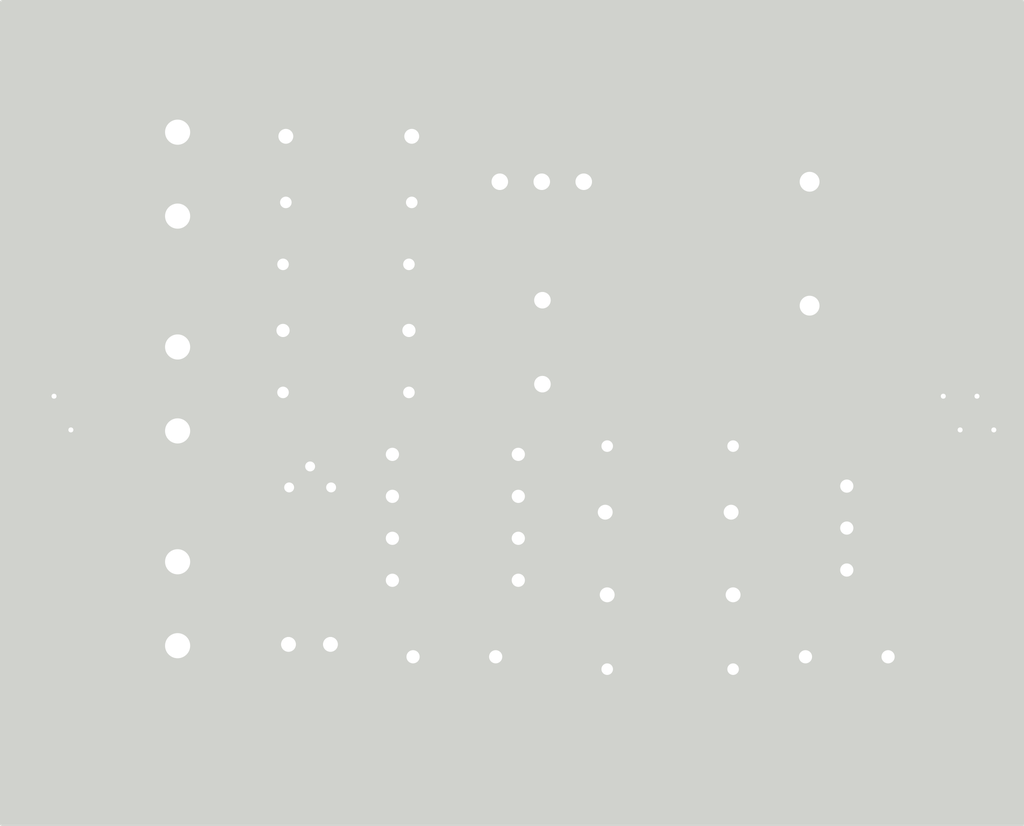
<source format=kicad_pcb>
(kicad_pcb (version 20170123) (host pcbnew no-vcs-found-e2d3fce~60~ubuntu14.04.1)
  (layers (0 F.Cu signal) (31 B.Cu signal) (34 B.Paste user) (35 F.Paste user) (36 B.SilkS user) (37 F.SilkS user) (38 B.Mask user) (39 F.Mask user) (44 Edge.Cuts user hide))
  (net 0 "")
  (net 1 "Net-(AE1-Pad1)")
  (net 2 GNDPWR)
  (net 3 "Net-(D1-Pad1)")
  (net 4 "Net-(D2-Pad2)")
  (net 5 "Net-(D3-Pad2)")
  (net 6 /VCC)
  (net 7 /THR)
  (net 8 /DIS)
  (net 9 /CV)
  (net 10 "Net-(DL1-Pad2)")
  (net 11 RST)
  (net 12 "Net-(DZ1-Pad2)")
  (net 13 "Net-(DZ1-Pad1)")
  (net 14 "Net-(R1-Pad2)")
  (net 15 "Net-(R2-Pad1)")
  (net 16 /VHI)
  (net 17 /VLO)
  (net 18 PWM)
  (module RF_Modules:NFC_ANTENNA2_INSIDE_CONNECTION (layer B.Cu) (at 65.144 133.056)
    (fp_text reference AE1 hide)
    (fp_text value Antenna_RFID hide)
    (fp_line (start 56.4 23) (end 57.9 21.5) (layer B.Cu) (width 0.36))
    (fp_line (start 1.5 23) (end 0 21.5) (layer B.Cu) (width 0.36))
    (fp_line (start 57.89 -21.5) (end 56.39 -23) (layer B.Cu) (width 0.36))
    (fp_line (start 0 -21.49) (end 1.5 -23) (layer B.Cu) (width 0.36))
    (fp_line (start 2.52 21.98) (end 1.02 20.47) (layer B.Cu) (width 0.36))
    (fp_line (start 3.54 20.96) (end 2.04 19.46) (layer B.Cu) (width 0.36))
    (fp_line (start 55.38 21.98) (end 56.88 20.48) (layer B.Cu) (width 0.36))
    (fp_line (start 54.36 20.96) (end 55.86 19.46) (layer B.Cu) (width 0.36))
    (fp_line (start 56.88 -20.48) (end 55.38 -21.98) (layer B.Cu) (width 0.36))
    (fp_line (start 55.86 -19.46) (end 54.36 -20.96) (layer B.Cu) (width 0.36))
    (fp_line (start 1.02 -20.49) (end 2.52 -21.98) (layer B.Cu) (width 0.36))
    (fp_line (start 2.04 -19.46) (end 3.54 -20.96) (layer B.Cu) (width 0.36))
    (fp_line (start 54.36 20.96) (end 3.54 20.96) (layer B.Cu) (width 0.36))
    (fp_line (start 55.38 21.98) (end 2.52 21.98) (layer B.Cu) (width 0.36))
    (fp_line (start 1.5 23) (end 56.4 23) (layer B.Cu) (width 0.36))
    (fp_line (start 56.39 -23) (end 1.5 -23) (layer B.Cu) (width 0.36))
    (fp_line (start 2.52 -21.98) (end 55.38 -21.98) (layer B.Cu) (width 0.36))
    (fp_line (start 54.36 -20.96) (end 3.54 -20.96) (layer B.Cu) (width 0.36))
    (fp_line (start 53.34 19.93) (end 54.84 18.43) (layer B.Cu) (width 0.36))
    (fp_line (start 54.84 -18.44) (end 53.34 -19.94) (layer B.Cu) (width 0.36))
    (fp_line (start 3.06 -18.44) (end 4.56 -19.94) (layer B.Cu) (width 0.36))
    (fp_line (start 4.55 19.94) (end 3.05 18.44) (layer B.Cu) (width 0.36))
    (fp_line (start 53.34 19.93) (end 4.55 19.94) (layer B.Cu) (width 0.36))
    (fp_line (start 53.34 -19.94) (end 4.56 -19.94) (layer B.Cu) (width 0.36))
    (fp_line (start 1.02 0.51) (end 2.04 -0.51) (layer B.Cu) (width 0.36))
    (fp_line (start 2.04 -19.46) (end 2.04 -0.51) (layer B.Cu) (width 0.36))
    (fp_line (start 1.02 0.51) (end 1.02 20.47) (layer B.Cu) (width 0.36))
    (fp_line (start 3.048 -6) (end 3.548 -5.5) (layer B.Cu) (width 0.36))
    (fp_line (start 3.048 -18.442) (end 3.048 -6) (layer B.Cu) (width 0.36))
    (fp_line (start 3.048 6) (end 3.568 5.49) (layer B.Cu) (width 0.36))
    (fp_line (start 3.048 18.452) (end 3.048 6) (layer B.Cu) (width 0.36))
    (fp_line (start 0.012 -21.49) (end 0.002 21.488) (layer B.Cu) (width 0.36))
    (fp_line (start 1.02 -20.49) (end 1.02 -1.02) (layer B.Cu) (width 0.36))
    (fp_line (start 2.04 1.02) (end 2.04 19.46) (layer B.Cu) (width 0.36))
    (fp_line (start 1.02 -1.02) (end 2.04 1.02) (layer F.Cu) (width 0.36))
    (fp_line (start 54.84 -1.02) (end 55.86 1.02) (layer F.Cu) (width 0.36))
    (fp_line (start 56.88 -1.02) (end 57.9 1.02) (layer F.Cu) (width 0.36))
    (fp_line (start 54.84 -18.44) (end 54.84 -1.02) (layer B.Cu) (width 0.36))
    (fp_line (start 55.86 1.02) (end 55.86 19.46) (layer B.Cu) (width 0.36))
    (fp_line (start 57.9 1.02) (end 57.9 21.5) (layer B.Cu) (width 0.36))
    (fp_line (start 56.88 -20.48) (end 56.88 -1.02) (layer B.Cu) (width 0.36))
    (fp_line (start 55.86 -0.61) (end 54.84 0.61) (layer B.Cu) (width 0.36))
    (fp_line (start 55.86 -19.46) (end 55.86 -0.61) (layer B.Cu) (width 0.36))
    (fp_line (start 54.84 0.61) (end 54.84 18.43) (layer B.Cu) (width 0.36))
    (fp_line (start 56.88 0.61) (end 56.88 20.48) (layer B.Cu) (width 0.36))
    (fp_line (start 57.89 -0.61) (end 56.88 0.61) (layer B.Cu) (width 0.36))
    (fp_line (start 57.89 -21.5) (end 57.89 -0.61) (layer B.Cu) (width 0.36))
    (pad "" thru_hole circle (at 57.9 1.02) (size 0.7 0.7) (drill 0.3) (layers *.Cu *.Mask B.SilkS))
    (pad "" thru_hole circle (at 56.88 -1.02) (size 0.7 0.7) (drill 0.3) (layers *.Cu *.Mask B.SilkS))
    (pad "" thru_hole circle (at 55.86 1.02) (size 0.7 0.7) (drill 0.3) (layers *.Cu *.Mask B.SilkS))
    (pad "" thru_hole circle (at 54.84 -1.02) (size 0.7 0.7) (drill 0.3) (layers *.Cu *.Mask B.SilkS))
    (pad "" thru_hole circle (at 2.04 1.02) (size 0.7 0.7) (drill 0.3) (layers *.Cu *.Mask B.SilkS))
    (pad "" thru_hole circle (at 1.02 -1.02) (size 0.7 0.7) (drill 0.3) (layers *.Cu *.Mask B.SilkS))
    (pad 2 smd rect (at 3.548 5.5) (size 1 1) (layers B.Cu B.Paste B.Mask) (net 2 GNDPWR))
    (pad 1 smd rect (at 3.548 -5.5) (size 1 1) (layers B.Cu B.Paste B.Mask) (net 1 "Net-(AE1-Pad1)"))
  )
  (module Diodes_ThroughHole:D_A-405_P7.62mm_Horizontal (layer F.Cu) (at 80.194 116.306)
    (fp_text reference D3 (at 3.81 0) (layer F.SilkS))
    (fp_text value RG4)
    (pad 1 thru_hole rect (at 0 0) (size 1.8 1.8) (drill 0.9) (layers *.Cu *.Mask) (net 16 /VHI))
    (pad 2 thru_hole oval (at 7.62 0) (size 1.8 1.8) (drill 0.9) (layers *.Cu *.Mask) (net 5 "Net-(D3-Pad2)"))
  )
  (module TO_SOT_Packages_THT:TO-92_Molded_Narrow (layer F.Cu) (at 80.394 137.556)
    (fp_text reference Q1 (at 1.27 1.27) (layer F.SilkS))
    (fp_text value BC549)
    (pad 1 thru_hole rect (at 0 0 90) (size 1 1) (drill 0.6) (layers *.Cu *.Mask) (net 11 RST))
    (pad 3 thru_hole circle (at 2.54 0 90) (size 1 1) (drill 0.6) (layers *.Cu *.Mask) (net 2 GNDPWR))
    (pad 2 thru_hole circle (at 1.27 -1.27 90) (size 1 1) (drill 0.6) (layers *.Cu *.Mask) (net 12 "Net-(DZ1-Pad2)"))
  )
  (module Resistors_ThroughHole:R_Axial_DIN0204_L3.6mm_D1.6mm_P7.62mm_Horizontal (layer F.Cu) (at 80.194 120.306)
    (fp_text reference R8 (at 3.81 0) (layer F.SilkS))
    (fp_text value 10M)
    (pad 2 thru_hole oval (at 7.62 0) (size 1.4 1.4) (drill 0.7) (layers *.Cu *.Mask) (net 13 "Net-(DZ1-Pad1)"))
    (pad 1 thru_hole circle (at 0 0) (size 1.4 1.4) (drill 0.7) (layers *.Cu *.Mask) (net 16 /VHI))
  )
  (module Resistors_ThroughHole:R_Axial_DIN0204_L3.6mm_D1.6mm_P7.62mm_Horizontal (layer F.Cu) (at 99.644 148.556)
    (fp_text reference R3 (at 3.937 0.127) (layer F.SilkS))
    (fp_text value 150k)
    (pad 2 thru_hole oval (at 7.62 0) (size 1.4 1.4) (drill 0.7) (layers *.Cu *.Mask) (net 15 "Net-(R2-Pad1)"))
    (pad 1 thru_hole circle (at 0 0) (size 1.4 1.4) (drill 0.7) (layers *.Cu *.Mask) (net 4 "Net-(D2-Pad2)"))
  )
  (module TO_SOT_Packages_THT:TO-220_Vertical (layer F.Cu) (at 93.144 119.056)
    (fp_text reference Q2 (at 2.54 -2.032) (layer F.SilkS))
    (fp_text value "P3NB90 FP")
    (pad 3 thru_hole oval (at 5.08 0) (size 1.8 1.8) (drill 1) (layers *.Cu *.Mask) (net 2 GNDPWR))
    (pad 2 thru_hole oval (at 2.54 0) (size 1.8 1.8) (drill 1) (layers *.Cu *.Mask) (net 5 "Net-(D3-Pad2)"))
    (pad 1 thru_hole rect (at 0 0) (size 1.8 1.8) (drill 1) (layers *.Cu *.Mask) (net 18 PWM))
  )
  (module Connect:bornier2 (layer F.Cu) (at 73.644 142.056 270)
    (fp_text reference BT1 (at 2.452999 -2.8875 270) (layer F.SilkS))
    (fp_text value Battery9v)
    (pad 2 thru_hole circle (at 5.08 0 270) (size 3 3) (drill 1.52) (layers *.Cu *.Mask) (net 2 GNDPWR))
    (pad 1 thru_hole rect (at 0 0 270) (size 3 3) (drill 1.52) (layers *.Cu *.Mask) (net 6 /VCC))
  )
  (module Capacitors_ThroughHole:C_Disc_D4.3mm_W1.9mm_P5.00mm (layer F.Cu) (at 116.644 147.806 180)
    (fp_text reference C1 (at 2.54 0 180) (layer F.SilkS))
    (fp_text value 100nF)
    (pad 2 thru_hole circle (at 5 0 180) (size 1.6 1.6) (drill 0.8) (layers *.Cu *.Mask) (net 7 /THR))
    (pad 1 thru_hole circle (at 0 0 180) (size 1.6 1.6) (drill 0.8) (layers *.Cu *.Mask) (net 2 GNDPWR))
  )
  (module Capacitors_ThroughHole:C_Disc_D4.3mm_W1.9mm_P5.00mm (layer F.Cu) (at 92.894 147.806 180)
    (fp_text reference C2 (at 2.54 0 180) (layer F.SilkS))
    (fp_text value 10nF)
    (pad 1 thru_hole circle (at 0 0 180) (size 1.6 1.6) (drill 0.8) (layers *.Cu *.Mask) (net 9 /CV))
    (pad 2 thru_hole circle (at 5 0 180) (size 1.6 1.6) (drill 0.8) (layers *.Cu *.Mask) (net 2 GNDPWR))
  )
  (module Capacitors_ThroughHole:CP_Radial_D18.0mm_P7.50mm (layer F.Cu) (at 111.894 119.056 270)
    (fp_text reference C3 (at 0 -3.81 270) (layer F.SilkS))
    (fp_text value "120uF 400v")
    (pad 2 thru_hole circle (at 7.5 0 270) (size 2.4 2.4) (drill 1.2) (layers *.Cu *.Mask) (net 2 GNDPWR))
    (pad 1 thru_hole rect (at 0 0 270) (size 2.4 2.4) (drill 1.2) (layers *.Cu *.Mask) (net 16 /VHI))
  )
  (module LEDs:LED_D3.0mm (layer F.Cu) (at 82.894 147.056 180)
    (fp_text reference DL1 (at 1.27 -2.96 180) (layer F.SilkS))
    (fp_text value LED)
    (pad 2 thru_hole circle (at 2.54 0 180) (size 1.8 1.8) (drill 0.9) (layers *.Cu *.Mask) (net 10 "Net-(DL1-Pad2)"))
    (pad 1 thru_hole rect (at 0 0 180) (size 1.8 1.8) (drill 0.9) (layers *.Cu *.Mask) (net 11 RST))
  )
  (module Choke_Toroid_ThroughHole:Choke_Toroid_5x10mm_Vertical (layer F.Cu) (at 90.644 131.306)
    (fp_text reference L1 (at 3.6 -2.5 90) (layer F.SilkS))
    (fp_text value 100uH)
    (pad 2 thru_hole circle (at 5.08 -5.08) (size 1.99898 1.99898) (drill 1.00076) (layers *.Cu *.Mask) (net 5 "Net-(D3-Pad2)"))
    (pad 1 thru_hole circle (at 5.08 0) (size 1.99898 1.99898) (drill 1.00076) (layers *.Cu *.Mask) (net 17 /VLO))
  )
  (module Resistors_ThroughHole:R_Axial_DIN0204_L3.6mm_D1.6mm_P7.62mm_Horizontal (layer F.Cu) (at 99.644 135.056)
    (fp_text reference R1 (at 3.556 0) (layer F.SilkS))
    (fp_text value 330)
    (pad 2 thru_hole oval (at 7.62 0) (size 1.4 1.4) (drill 0.7) (layers *.Cu *.Mask) (net 14 "Net-(R1-Pad2)"))
    (pad 1 thru_hole circle (at 0 0) (size 1.4 1.4) (drill 0.7) (layers *.Cu *.Mask) (net 3 "Net-(D1-Pad1)"))
  )
  (module Potentiometers:Potentiometer_Trimmer_Bourns_3296W (layer F.Cu) (at 114.144 142.556 270)
    (fp_text reference R2 (at 1.016 -1.778 90) (layer F.SilkS))
    (fp_text value 500k)
    (pad 3 thru_hole circle (at -5.08 0 270) (size 1.44 1.44) (drill 0.8) (layers *.Cu *.Mask) (net 14 "Net-(R1-Pad2)"))
    (pad 2 thru_hole circle (at -2.54 0 270) (size 1.44 1.44) (drill 0.8) (layers *.Cu *.Mask) (net 7 /THR))
    (pad 1 thru_hole circle (at 0 0 270) (size 1.44 1.44) (drill 0.8) (layers *.Cu *.Mask) (net 15 "Net-(R2-Pad1)"))
  )
  (module Resistors_ThroughHole:R_Axial_DIN0204_L3.6mm_D1.6mm_P7.62mm_Horizontal (layer F.Cu) (at 87.644 131.806 180)
    (fp_text reference R6 (at 3.81 0 180) (layer F.SilkS))
    (fp_text value 330)
    (pad 1 thru_hole circle (at 0 0 180) (size 1.4 1.4) (drill 0.7) (layers *.Cu *.Mask) (net 17 /VLO))
    (pad 2 thru_hole oval (at 7.62 0 180) (size 1.4 1.4) (drill 0.7) (layers *.Cu *.Mask) (net 10 "Net-(DL1-Pad2)"))
  )
  (module Resistors_ThroughHole:R_Axial_DIN0204_L3.6mm_D1.6mm_P7.62mm_Horizontal (layer F.Cu) (at 87.644 124.056 180)
    (fp_text reference R9 (at 3.81 0 180) (layer F.SilkS))
    (fp_text value 150k)
    (pad 2 thru_hole oval (at 7.62 0 180) (size 1.4 1.4) (drill 0.7) (layers *.Cu *.Mask) (net 2 GNDPWR))
    (pad 1 thru_hole circle (at 0 0 180) (size 1.4 1.4) (drill 0.7) (layers *.Cu *.Mask) (net 13 "Net-(DZ1-Pad1)"))
  )
  (module Connect:bornier2 (layer F.Cu) (at 73.644 129.056 270)
    (fp_text reference SW_SPST1 (at 2.286 -2.794 270) (layer F.SilkS))
    (fp_text value SW_CHARGE)
    (pad 1 thru_hole rect (at 0 0 270) (size 3 3) (drill 1.52) (layers *.Cu *.Mask) (net 17 /VLO))
    (pad 2 thru_hole circle (at 5.08 0 270) (size 3 3) (drill 1.52) (layers *.Cu *.Mask) (net 6 /VCC))
  )
  (module Connect:bornier2 (layer F.Cu) (at 73.644 116.056 270)
    (fp_text reference SW_SPST3 (at 2.54 -2.794 270) (layer F.SilkS))
    (fp_text value SW_ZAP)
    (pad 2 thru_hole circle (at 5.08 0 270) (size 3 3) (drill 1.52) (layers *.Cu *.Mask) (net 1 "Net-(AE1-Pad1)"))
    (pad 1 thru_hole rect (at 0 0 270) (size 3 3) (drill 1.52) (layers *.Cu *.Mask) (net 16 /VHI))
  )
  (module Housings_DIP:DIP-8_W7.62mm_LongPads (layer F.Cu) (at 86.644 135.556)
    (fp_text reference U1 (at 3.81 3.81) (layer F.SilkS))
    (fp_text value NE555)
    (pad 8 thru_hole oval (at 7.62 0) (size 2.4 1.6) (drill 0.8) (layers *.Cu *.Mask) (net 17 /VLO))
    (pad 4 thru_hole oval (at 0 7.62) (size 2.4 1.6) (drill 0.8) (layers *.Cu *.Mask) (net 11 RST))
    (pad 7 thru_hole oval (at 7.62 2.54) (size 2.4 1.6) (drill 0.8) (layers *.Cu *.Mask) (net 8 /DIS))
    (pad 3 thru_hole oval (at 0 5.08) (size 2.4 1.6) (drill 0.8) (layers *.Cu *.Mask) (net 18 PWM))
    (pad 6 thru_hole oval (at 7.62 5.08) (size 2.4 1.6) (drill 0.8) (layers *.Cu *.Mask) (net 7 /THR))
    (pad 2 thru_hole oval (at 0 2.54) (size 2.4 1.6) (drill 0.8) (layers *.Cu *.Mask) (net 7 /THR))
    (pad 5 thru_hole oval (at 7.62 7.62) (size 2.4 1.6) (drill 0.8) (layers *.Cu *.Mask) (net 9 /CV))
    (pad 1 thru_hole rect (at 0 0) (size 2.4 1.6) (drill 0.8) (layers *.Cu *.Mask) (net 2 GNDPWR))
  )
  (module Diodes_ThroughHole:D_A-405_P7.62mm_Horizontal (layer F.Cu) (at 107.144 139.056 180)
    (fp_text reference D1 (at 3.81 0 180) (layer F.SilkS))
    (fp_text value 1N4148)
    (pad 2 thru_hole oval (at 7.62 0 180) (size 1.8 1.8) (drill 0.9) (layers *.Cu *.Mask) (net 8 /DIS))
    (pad 1 thru_hole rect (at 0 0 180) (size 1.8 1.8) (drill 0.9) (layers *.Cu *.Mask) (net 3 "Net-(D1-Pad1)"))
  )
  (module Diodes_ThroughHole:D_A-405_P7.62mm_Horizontal (layer F.Cu) (at 99.644 144.056)
    (fp_text reference D2 (at 3.81 0) (layer F.SilkS))
    (fp_text value 1N4148)
    (pad 2 thru_hole oval (at 7.62 0) (size 1.8 1.8) (drill 0.9) (layers *.Cu *.Mask) (net 4 "Net-(D2-Pad2)"))
    (pad 1 thru_hole rect (at 0 0) (size 1.8 1.8) (drill 0.9) (layers *.Cu *.Mask) (net 8 /DIS))
  )
  (module Diodes_ThroughHole:D_DO-35_SOD27_P7.62mm_Horizontal (layer F.Cu) (at 87.644 128.056 180)
    (fp_text reference DZ1 (at 3.81 0 180) (layer F.SilkS))
    (fp_text value 5.1v)
    (pad 2 thru_hole oval (at 7.62 0 180) (size 1.6 1.6) (drill 0.8) (layers *.Cu *.Mask) (net 12 "Net-(DZ1-Pad2)"))
    (pad 1 thru_hole rect (at 0 0 180) (size 1.6 1.6) (drill 0.8) (layers *.Cu *.Mask) (net 13 "Net-(DZ1-Pad1)"))
  )
  (module Graphics:open-source-hardware_5mm (layer F.Cu) (at 115.894 154.556)
    (fp_text reference G*** hide)
    (fp_text value LOGO hide)
  )
  (module Graphics:rfidzapper_5mm (layer F.Cu) (at 79.644 154.306)
    (fp_text reference G*** hide)
    (fp_text value LOGO hide)
  )
  (module Graphics:high-voltaje_5mm (layer F.Cu) (at 72.644 154.306)
    (fp_text reference G*** hide)
    (fp_text value LOGO hide)
  )
  (module Graphics:gitqrcode_5mm (layer F.Cu) (at 109.644 154.556)
    (fp_text reference G*** hide)
    (fp_text value LOGO hide)
  )
  (gr_text "WARNING! High Voltage!" (at 95.644 110.806) (layer F.SilkS) (effects (font (size 1.5 1.5) (thickness 0.3))))
  (gr_text "CERN Licence v1.2" (at 94.144 156.056) (layer F.SilkS) (effects (font (size 1.5 1.5) (thickness 0.3))))
  (gr_text http://git.io/v5DJb (at 94.644 152.806) (layer F.SilkS) (effects (font (size 1.5 1.5) (thickness 0.3))))
  (segment (start 68.692 127.556) (end 70.644 127.556) (width 1) (layer B.Cu) (net 1))
  (segment (start 70.644 127.556) (end 71.894 126.306) (width 1) (layer B.Cu) (net 1))
  (segment (start 71.894 126.306) (end 71.894 122.806) (width 1) (layer B.Cu) (net 1))
  (segment (start 73.564 121.136) (end 71.894 122.806) (width 1) (layer B.Cu) (net 1))
  (segment (start 73.644 121.136) (end 73.564 121.136) (width 1) (layer B.Cu) (net 1))
  (segment (start 73.564 121.136) (end 73.644 121.136) (width 1) (layer B.Cu) (net 1))
  (segment (start 68.692 138.556) (end 68.692 135.758) (width 1) (layer B.Cu) (net 2))
  (segment (start 70.894 138.556) (end 70.144 138.556) (width 1) (layer B.Cu) (net 2))
  (segment (start 70.894 135.806) (end 70.894 138.556) (width 1) (layer B.Cu) (net 2))
  (segment (start 68.74 135.806) (end 70.894 135.806) (width 1) (layer B.Cu) (net 2))
  (segment (start 68.692 135.758) (end 68.74 135.806) (width 1) (layer B.Cu) (net 2))
  (segment (start 68.692 138.556) (end 70.144 138.556) (width 1) (layer B.Cu) (net 2))
  (segment (start 70.144 138.556) (end 69.442 138.556) (width 1) (layer B.Cu) (net 2))
  (segment (start 111.894 119.056) (end 111.894 116.806) (width 1) (layer B.Cu) (net 16))
  (segment (start 111.894 116.806) (end 109.394 114.306) (width 1) (layer B.Cu) (net 16))
  (segment (start 104.394 114.306) (end 109.394 114.306) (width 1) (layer B.Cu) (net 16))
  (segment (start 104.394 114.306) (end 104.144 114.306) (width 1) (layer B.Cu) (net 16))
  (segment (start 80.194 116.306) (end 80.194 116.006) (width 1) (layer B.Cu) (net 16))
  (segment (start 80.194 116.006) (end 81.894 114.306) (width 1) (layer B.Cu) (net 16))
  (segment (start 81.894 114.306) (end 104.144 114.306) (width 1) (layer B.Cu) (net 16))
  (segment (start 73.644 116.056) (end 79.944 116.056) (width 1) (layer B.Cu) (net 16))
  (segment (start 79.944 116.056) (end 80.194 116.306) (width 1) (layer B.Cu) (net 16))
  (segment (start 80.194 120.306) (end 80.194 116.306) (width 1) (layer B.Cu) (net 16))
  (segment (start 107.144 139.056) (end 105.394 139.056) (width 1) (layer B.Cu) (net 3))
  (segment (start 101.394 135.056) (end 99.644 135.056) (width 1) (layer B.Cu) (net 3))
  (segment (start 105.394 139.056) (end 101.394 135.056) (width 1) (layer B.Cu) (net 3))
  (segment (start 99.644 148.556) (end 100.894 148.556) (width 1) (layer B.Cu) (net 4))
  (segment (start 105.394 144.056) (end 107.264 144.056) (width 1) (layer B.Cu) (net 4))
  (segment (start 100.894 148.556) (end 105.394 144.056) (width 1) (layer B.Cu) (net 4))
  (segment (start 95.724 126.226) (end 95.724 118.386) (width 1) (layer B.Cu) (net 5))
  (segment (start 95.724 118.386) (end 94.394 117.056) (width 1) (layer B.Cu) (net 5))
  (segment (start 87.814 116.306) (end 93.644 116.306) (width 1) (layer B.Cu) (net 5))
  (segment (start 93.644 116.306) (end 94.394 117.056) (width 1) (layer B.Cu) (net 5))
  (segment (start 73.644 142.056) (end 73.644 134.136) (width 1) (layer B.Cu) (net 6))
  (segment (start 115.894 141.056) (end 115.894 143.684676) (width 1) (layer B.Cu) (net 7))
  (segment (start 115.894 143.684676) (end 114.833338 144.745338) (width 1) (layer B.Cu) (net 7))
  (segment (start 114.144 140.016) (end 114.854 140.016) (width 1) (layer B.Cu) (net 7))
  (segment (start 114.854 140.016) (end 115.894 141.056) (width 1) (layer B.Cu) (net 7))
  (segment (start 111.644 147.806) (end 111.644 146.056) (width 1) (layer B.Cu) (net 7))
  (segment (start 111.644 146.056) (end 112.954662 144.745338) (width 1) (layer B.Cu) (net 7))
  (segment (start 112.954662 144.745338) (end 114.833338 144.745338) (width 1) (layer B.Cu) (net 7))
  (segment (start 111.394 140.016) (end 111.394 140.056) (width 1) (layer B.Cu) (net 7))
  (segment (start 111.394 140.056) (end 111.394 140.016) (width 1) (layer B.Cu) (net 7))
  (segment (start 114.144 140.016) (end 111.394 140.016) (width 1) (layer B.Cu) (net 7))
  (segment (start 111.394 140.016) (end 110.184 140.016) (width 1) (layer B.Cu) (net 7))
  (segment (start 110.184 140.016) (end 108.394 141.806) (width 1) (layer B.Cu) (net 7))
  (segment (start 106.894 141.806) (end 108.394 141.806) (width 1) (layer B.Cu) (net 7))
  (segment (start 96.224 140.636) (end 97.144 141.556) (width 1) (layer B.Cu) (net 7))
  (segment (start 97.144 141.556) (end 97.144 145.056) (width 1) (layer B.Cu) (net 7))
  (segment (start 97.144 145.056) (end 98.644 146.556) (width 1) (layer B.Cu) (net 7))
  (segment (start 98.644 146.556) (end 100.644 146.556) (width 1) (layer B.Cu) (net 7))
  (segment (start 100.644 146.556) (end 105.394 141.806) (width 1) (layer B.Cu) (net 7))
  (segment (start 105.394 141.806) (end 106.894 141.806) (width 1) (layer B.Cu) (net 7))
  (segment (start 94.264 140.636) (end 96.224 140.636) (width 1) (layer B.Cu) (net 7))
  (segment (start 87.394 118.306) (end 85.644 118.306) (width 1) (layer B.Cu) (net 17))
  (segment (start 85.644 118.306) (end 81.644 122.306) (width 1) (layer B.Cu) (net 17))
  (segment (start 90.144 132.806) (end 90.144 133.806) (width 1) (layer B.Cu) (net 17))
  (segment (start 90.144 133.806) (end 91.894 135.556) (width 1) (layer B.Cu) (net 17))
  (segment (start 91.894 135.556) (end 94.264 135.556) (width 1) (layer B.Cu) (net 17))
  (segment (start 95.724 131.306) (end 90.144 131.306) (width 1) (layer B.Cu) (net 17))
  (segment (start 90.144 131.306) (end 90.644 131.306) (width 1) (layer B.Cu) (net 17))
  (segment (start 90.644 131.306) (end 90.144 131.306) (width 1) (layer B.Cu) (net 17))
  (segment (start 87.644 131.806) (end 90.144 131.806) (width 1) (layer B.Cu) (net 17))
  (segment (start 90.144 131.806) (end 90.144 132.056) (width 1) (layer B.Cu) (net 17))
  (segment (start 90.144 119.556) (end 90.144 131.306) (width 1) (layer B.Cu) (net 17))
  (segment (start 90.144 131.306) (end 90.144 132.056) (width 1) (layer B.Cu) (net 17))
  (segment (start 90.144 132.056) (end 90.144 132.806) (width 1) (layer B.Cu) (net 17))
  (segment (start 80.894 122.306) (end 81.644 122.306) (width 1) (layer B.Cu) (net 17))
  (segment (start 87.394 118.306) (end 88.894 118.306) (width 1) (layer B.Cu) (net 17))
  (segment (start 88.894 118.306) (end 90.144 119.556) (width 1) (layer B.Cu) (net 17))
  (segment (start 73.644 126.556) (end 73.644 125.306) (width 1) (layer B.Cu) (net 17))
  (segment (start 73.644 125.306) (end 76.644 122.306) (width 1) (layer B.Cu) (net 17))
  (segment (start 76.644 122.306) (end 78.894 122.306) (width 1) (layer B.Cu) (net 17))
  (segment (start 73.644 129.056) (end 73.644 126.556) (width 1) (layer B.Cu) (net 17))
  (segment (start 78.894 122.306) (end 80.894 122.306) (width 1) (layer B.Cu) (net 17))
  (segment (start 99.524 139.056) (end 99.524 143.936) (width 1) (layer B.Cu) (net 8))
  (segment (start 94.264 138.096) (end 98.564 138.096) (width 1) (layer B.Cu) (net 8))
  (segment (start 98.564 138.096) (end 99.524 139.056) (width 1) (layer B.Cu) (net 8))
  (segment (start 99.38 143.88) (end 99.5 144) (width 1) (layer B.Cu) (net 8))
  (segment (start 99.524 143.936) (end 99.644 144.056) (width 1) (layer B.Cu) (net 8))
  (segment (start 94.264 140.636) (end 92.224 140.636) (width 1) (layer B.Cu) (net 7))
  (segment (start 92.224 140.636) (end 89.684 138.096) (width 1) (layer B.Cu) (net 7))
  (segment (start 89.684 138.096) (end 86.644 138.096) (width 1) (layer B.Cu) (net 7))
  (segment (start 94.264 143.176) (end 94.264 146.436) (width 1) (layer B.Cu) (net 9))
  (segment (start 94.264 146.436) (end 92.894 147.806) (width 1) (layer B.Cu) (net 9))
  (segment (start 80.354 147.056) (end 80.354 141.887324) (width 1) (layer B.Cu) (net 10))
  (segment (start 80.354 141.887324) (end 78.644 140.177324) (width 1) (layer B.Cu) (net 10))
  (segment (start 78.644 140.177324) (end 78.644 133.186) (width 1) (layer B.Cu) (net 10))
  (segment (start 78.644 133.186) (end 80.024 131.806) (width 1) (layer B.Cu) (net 10))
  (segment (start 80.024 131.806) (end 80.024 131.936) (width 1) (layer B.Cu) (net 10))
  (segment (start 86.644 143.176) (end 82.894 143.176) (width 1) (layer B.Cu) (net 11))
  (segment (start 82.894 143.176) (end 83.014 143.056) (width 1) (layer B.Cu) (net 11))
  (segment (start 83.014 143.056) (end 83.144 143.056) (width 1) (layer B.Cu) (net 11))
  (segment (start 83.144 143.056) (end 82.894 143.056) (width 1) (layer B.Cu) (net 11))
  (segment (start 80.394 137.556) (end 80.394 139.806) (width 1) (layer B.Cu) (net 11))
  (segment (start 80.394 139.806) (end 82.894 142.306) (width 1) (layer B.Cu) (net 11))
  (segment (start 82.894 142.306) (end 82.894 143.056) (width 1) (layer B.Cu) (net 11))
  (segment (start 82.894 143.056) (end 82.894 147.056) (width 1) (layer B.Cu) (net 11))
  (segment (start 81.664 136.286) (end 81.664 134.536) (width 1) (layer B.Cu) (net 12))
  (segment (start 81.664 134.536) (end 82.394 133.806) (width 1) (layer B.Cu) (net 12))
  (segment (start 82.394 133.806) (end 82.394 130.426) (width 1) (layer B.Cu) (net 12))
  (segment (start 82.394 130.426) (end 80.024 128.056) (width 1) (layer B.Cu) (net 12))
  (segment (start 87.644 128.056) (end 87.644 124.056) (width 1) (layer B.Cu) (net 13))
  (segment (start 87.814 120.306) (end 87.814 123.886) (width 1) (layer B.Cu) (net 13))
  (segment (start 87.814 123.886) (end 87.644 124.056) (width 1) (layer B.Cu) (net 13))
  (segment (start 87.644 124.056) (end 87.644 124.056002) (width 1) (layer B.Cu) (net 13))
  (segment (start 87.814 123.886) (end 87.644 124.056) (width 1) (layer B.Cu) (net 13))
  (segment (start 87.694 120.426) (end 87.814 120.306) (width 1) (layer B.Cu) (net 13))
  (segment (start 102.644 128.806) (end 106.144 132.306) (width 1) (layer B.Cu) (net 18))
  (segment (start 106.144 132.306) (end 115.144 132.306) (width 1) (layer B.Cu) (net 18))
  (segment (start 115.144 132.306) (end 116.269 133.431) (width 1) (layer B.Cu) (net 18))
  (segment (start 93.144 126.556) (end 93.144 127.306) (width 1) (layer B.Cu) (net 18))
  (segment (start 93.144 127.306) (end 94.644 128.806) (width 1) (layer B.Cu) (net 18))
  (segment (start 86.644 140.636) (end 89.224 140.636) (width 1) (layer B.Cu) (net 18))
  (segment (start 111.894 150.306) (end 114.144 148.056) (width 1) (layer B.Cu) (net 18))
  (segment (start 93.894 150.306) (end 92.644 150.306) (width 1) (layer B.Cu) (net 18))
  (segment (start 92.644 150.306) (end 90.894 148.556) (width 1) (layer B.Cu) (net 18))
  (segment (start 90.894 148.556) (end 90.894 142.306) (width 1) (layer B.Cu) (net 18))
  (segment (start 90.894 142.306) (end 90.394 141.806) (width 1) (layer B.Cu) (net 18))
  (segment (start 93.144 123.306) (end 93.144 119.056) (width 1) (layer B.Cu) (net 18))
  (segment (start 93.144 120.806) (end 93.144 123.306) (width 1) (layer B.Cu) (net 18))
  (segment (start 93.144 123.306) (end 93.144 126.556) (width 1) (layer B.Cu) (net 18))
  (segment (start 93.144 126.556) (end 93.144 127.306) (width 1) (layer B.Cu) (net 18))
  (segment (start 93.144 127.306) (end 94.644 128.806) (width 1) (layer B.Cu) (net 18))
  (segment (start 102.644 128.806) (end 94.644 128.806) (width 1) (layer B.Cu) (net 18))
  (segment (start 116.269 133.431) (end 117.394 134.556) (width 1) (layer B.Cu) (net 18))
  (segment (start 86.644 140.636) (end 89.224 140.636) (width 1) (layer B.Cu) (net 18))
  (segment (start 89.224 140.636) (end 90.394 141.806) (width 1) (layer B.Cu) (net 18))
  (segment (start 93.894 150.306) (end 111.894 150.306) (width 1) (layer B.Cu) (net 18))
  (segment (start 114.144 148.056) (end 114.144 147.556) (width 1) (layer B.Cu) (net 18))
  (segment (start 114.144 147.556) (end 117.394 144.306) (width 1) (layer B.Cu) (net 18))
  (segment (start 117.394 144.306) (end 117.394 134.556) (width 1) (layer B.Cu) (net 18))
  (segment (start 114.144 137.476) (end 112.314 137.476) (width 1) (layer B.Cu) (net 14))
  (segment (start 112.314 137.476) (end 109.894 135.056) (width 1) (layer B.Cu) (net 14))
  (segment (start 107.264 135.056) (end 109.894 135.056) (width 1) (layer B.Cu) (net 14))
  (segment (start 114.144 142.556) (end 111.144 142.556) (width 1) (layer B.Cu) (net 15))
  (segment (start 111.144 142.556) (end 109.394 144.306) (width 1) (layer B.Cu) (net 15))
  (segment (start 109.394 144.306) (end 109.394 147.556) (width 1) (layer B.Cu) (net 15))
  (segment (start 109.394 147.556) (end 108.394 148.556) (width 1) (layer B.Cu) (net 15))
  (segment (start 108.394 148.556) (end 107.264 148.556) (width 1) (layer B.Cu) (net 15))
  (zone (net 2) (net_name GNDPWR) (layer B.Cu) (connect_pads (clearance 0.508)) (min_thickness 0.254) (fill yes (arc_segments 16) (thermal_gap 0.508) (thermal_bridge_width 0.508))
    (polygon (pts (xy 62.894 108.056) (xy 124.894 108.056) (xy 124.894 158.056) (xy 62.894 158.056) (xy 62.894 155.556)))
  )
  (zone (net 0) (net_name "") (layer Edge.Cuts) (connect_pads (clearance 0.508)) (min_thickness 0.254) (fill yes (arc_segments 16) (thermal_gap 0.508) (thermal_bridge_width 0.508))
    (polygon (pts (xy 124.894 158.056) (xy 62.894 158.056) (xy 62.894 108.056) (xy 124.894 108.056)))
  )
)
</source>
